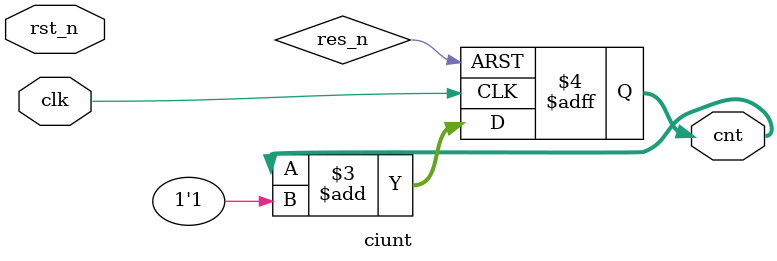
<source format=v>
`timescale 1ns / 1ps
module ciunt(
    input clk,
    input rst_n,
    output [3:0] cnt
    );
	reg[3:0]cnt;
	always@(posedge clk,negedge res_n)
	begin
	if (!res_n)
	cnt<=0;
	else
	cnt<=cnt+1'b1;
	end


endmodule

</source>
